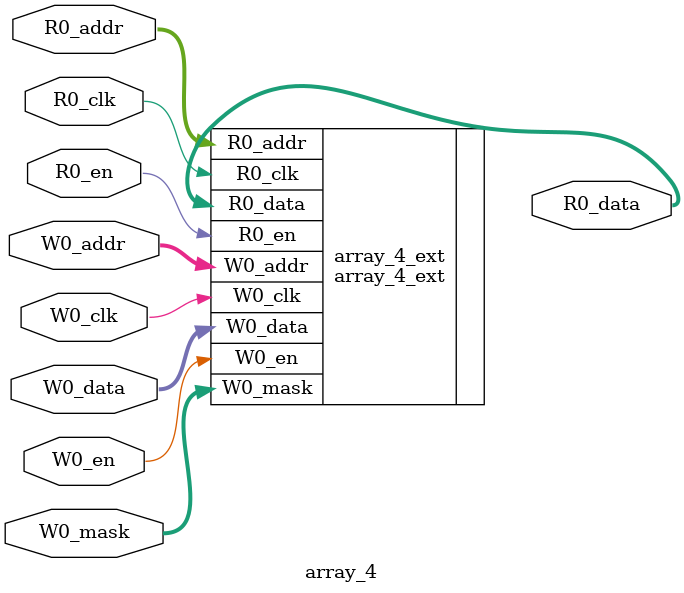
<source format=sv>
`ifndef RANDOMIZE
  `ifdef RANDOMIZE_MEM_INIT
    `define RANDOMIZE
  `endif // RANDOMIZE_MEM_INIT
`endif // not def RANDOMIZE
`ifndef RANDOMIZE
  `ifdef RANDOMIZE_REG_INIT
    `define RANDOMIZE
  `endif // RANDOMIZE_REG_INIT
`endif // not def RANDOMIZE

`ifndef RANDOM
  `define RANDOM $random
`endif // not def RANDOM

// Users can define INIT_RANDOM as general code that gets injected into the
// initializer block for modules with registers.
`ifndef INIT_RANDOM
  `define INIT_RANDOM
`endif // not def INIT_RANDOM

// If using random initialization, you can also define RANDOMIZE_DELAY to
// customize the delay used, otherwise 0.002 is used.
`ifndef RANDOMIZE_DELAY
  `define RANDOMIZE_DELAY 0.002
`endif // not def RANDOMIZE_DELAY

// Define INIT_RANDOM_PROLOG_ for use in our modules below.
`ifndef INIT_RANDOM_PROLOG_
  `ifdef RANDOMIZE
    `ifdef VERILATOR
      `define INIT_RANDOM_PROLOG_ `INIT_RANDOM
    `else  // VERILATOR
      `define INIT_RANDOM_PROLOG_ `INIT_RANDOM #`RANDOMIZE_DELAY begin end
    `endif // VERILATOR
  `else  // RANDOMIZE
    `define INIT_RANDOM_PROLOG_
  `endif // RANDOMIZE
`endif // not def INIT_RANDOM_PROLOG_

// Include register initializers in init blocks unless synthesis is set
`ifndef SYNTHESIS
  `ifndef ENABLE_INITIAL_REG_
    `define ENABLE_INITIAL_REG_
  `endif // not def ENABLE_INITIAL_REG_
`endif // not def SYNTHESIS

// Include rmemory initializers in init blocks unless synthesis is set
`ifndef SYNTHESIS
  `ifndef ENABLE_INITIAL_MEM_
    `define ENABLE_INITIAL_MEM_
  `endif // not def ENABLE_INITIAL_MEM_
`endif // not def SYNTHESIS

module array_4(
  input  [7:0]  R0_addr,
  input         R0_en,
  input         R0_clk,
  output [15:0] R0_data,
  input  [7:0]  W0_addr,
  input         W0_en,
  input         W0_clk,
  input  [15:0] W0_data,
  input  [7:0]  W0_mask
);

  array_4_ext array_4_ext (
    .R0_addr (R0_addr),
    .R0_en   (R0_en),
    .R0_clk  (R0_clk),
    .R0_data (R0_data),
    .W0_addr (W0_addr),
    .W0_en   (W0_en),
    .W0_clk  (W0_clk),
    .W0_data (W0_data),
    .W0_mask (W0_mask)
  );
endmodule


</source>
